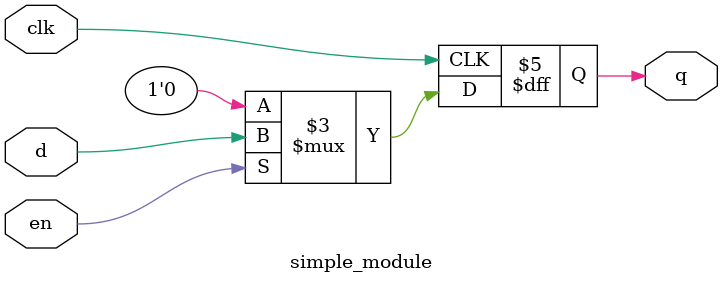
<source format=v>
`timescale 1ns/1ps

module simple_module (
		      input clk,
		      input en,
		      input d,
		      output reg q  // "reg" means to be used in an always block
		      
		      );


   always @(posedge clk) begin
      if (en)
	q <= d;   // NON-BLOCKING ASSIGNMENT specifies D Flip Flop
      else        // The flip-flop creates a one-cycle delay before
	q <= 0;   // q is changed
   end
endmodule // simple_module

</source>
